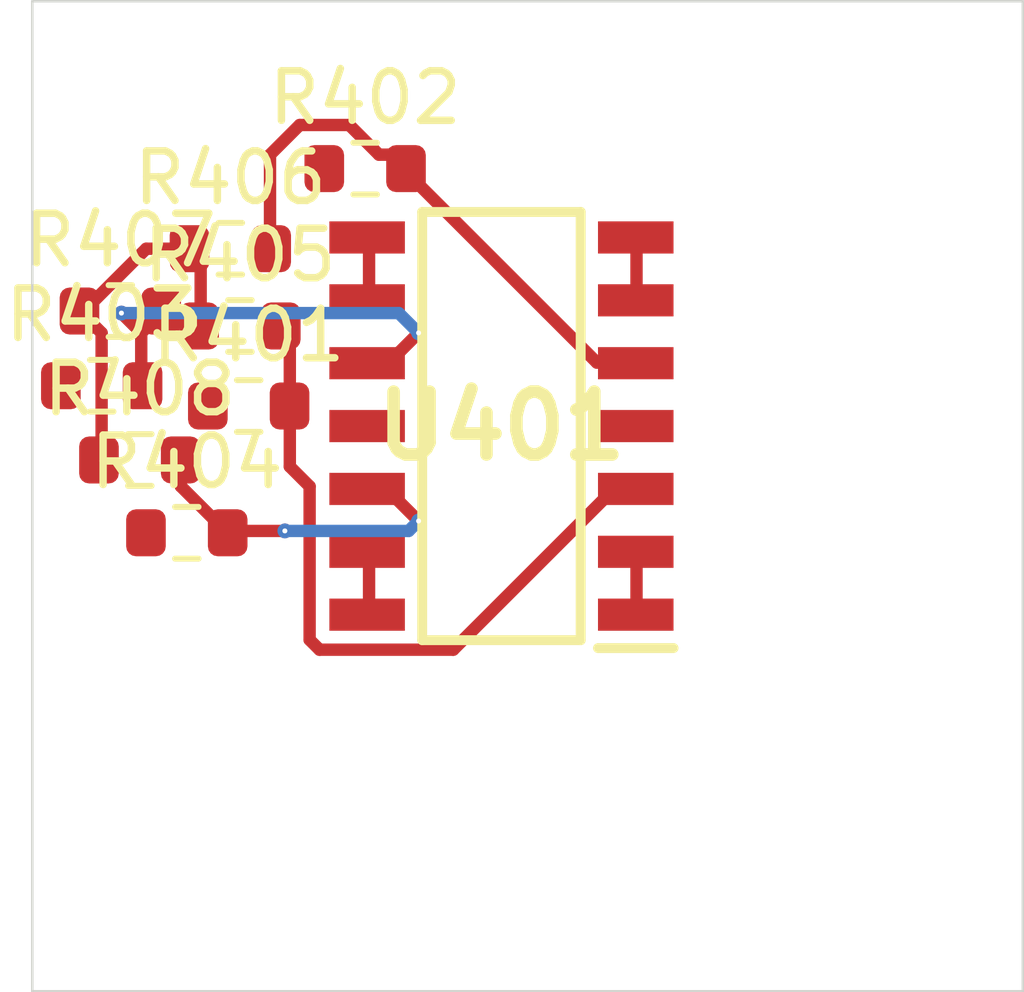
<source format=kicad_pcb>
 ( kicad_pcb  ( version 20171130 )
 ( host pcbnew 5.1.12-84ad8e8a86~92~ubuntu18.04.1 )
 ( general  ( thickness 1.6 )
 ( drawings 4 )
 ( tracks 0 )
 ( zones 0 )
 ( modules 9 )
 ( nets 14 )
)
 ( page A4 )
 ( layers  ( 0 F.Cu signal )
 ( 31 B.Cu signal )
 ( 32 B.Adhes user )
 ( 33 F.Adhes user )
 ( 34 B.Paste user )
 ( 35 F.Paste user )
 ( 36 B.SilkS user )
 ( 37 F.SilkS user )
 ( 38 B.Mask user )
 ( 39 F.Mask user )
 ( 40 Dwgs.User user )
 ( 41 Cmts.User user )
 ( 42 Eco1.User user )
 ( 43 Eco2.User user )
 ( 44 Edge.Cuts user )
 ( 45 Margin user )
 ( 46 B.CrtYd user )
 ( 47 F.CrtYd user )
 ( 48 B.Fab user )
 ( 49 F.Fab user )
)
 ( setup  ( last_trace_width 0.25 )
 ( trace_clearance 0.2 )
 ( zone_clearance 0.508 )
 ( zone_45_only no )
 ( trace_min 0.2 )
 ( via_size 0.8 )
 ( via_drill 0.4 )
 ( via_min_size 0.4 )
 ( via_min_drill 0.3 )
 ( uvia_size 0.3 )
 ( uvia_drill 0.1 )
 ( uvias_allowed no )
 ( uvia_min_size 0.2 )
 ( uvia_min_drill 0.1 )
 ( edge_width 0.05 )
 ( segment_width 0.2 )
 ( pcb_text_width 0.3 )
 ( pcb_text_size 1.5 1.5 )
 ( mod_edge_width 0.12 )
 ( mod_text_size 1 1 )
 ( mod_text_width 0.15 )
 ( pad_size 1.524 1.524 )
 ( pad_drill 0.762 )
 ( pad_to_mask_clearance 0 )
 ( aux_axis_origin 0 0 )
 ( visible_elements FFFFFF7F )
 ( pcbplotparams  ( layerselection 0x010fc_ffffffff )
 ( usegerberextensions false )
 ( usegerberattributes true )
 ( usegerberadvancedattributes true )
 ( creategerberjobfile true )
 ( excludeedgelayer true )
 ( linewidth 0.100000 )
 ( plotframeref false )
 ( viasonmask false )
 ( mode 1 )
 ( useauxorigin false )
 ( hpglpennumber 1 )
 ( hpglpenspeed 20 )
 ( hpglpendiameter 15.000000 )
 ( psnegative false )
 ( psa4output false )
 ( plotreference true )
 ( plotvalue true )
 ( plotinvisibletext false )
 ( padsonsilk false )
 ( subtractmaskfromsilk false )
 ( outputformat 1 )
 ( mirror false )
 ( drillshape 1 )
 ( scaleselection 1 )
 ( outputdirectory "" )
)
)
 ( net 0 "" )
 ( net 1 /Sheet6235D886/vp )
 ( net 2 /Sheet6248AD22/chn0 )
 ( net 3 /Sheet6248AD22/chn1 )
 ( net 4 /Sheet6248AD22/chn2 )
 ( net 5 /Sheet6248AD22/chn3 )
 ( net 6 "Net-(R401-Pad2)" )
 ( net 7 "Net-(R402-Pad2)" )
 ( net 8 "Net-(R403-Pad2)" )
 ( net 9 "Net-(R404-Pad2)" )
 ( net 10 /Sheet6248AD22/chn0_n )
 ( net 11 /Sheet6248AD22/chn1_n )
 ( net 12 /Sheet6248AD22/chn2_n )
 ( net 13 /Sheet6248AD22/chn3_n )
 ( net_class Default "This is the default net class."  ( clearance 0.2 )
 ( trace_width 0.25 )
 ( via_dia 0.8 )
 ( via_drill 0.4 )
 ( uvia_dia 0.3 )
 ( uvia_drill 0.1 )
 ( add_net /Sheet6235D886/vp )
 ( add_net /Sheet6248AD22/chn0 )
 ( add_net /Sheet6248AD22/chn0_n )
 ( add_net /Sheet6248AD22/chn1 )
 ( add_net /Sheet6248AD22/chn1_n )
 ( add_net /Sheet6248AD22/chn2 )
 ( add_net /Sheet6248AD22/chn2_n )
 ( add_net /Sheet6248AD22/chn3 )
 ( add_net /Sheet6248AD22/chn3_n )
 ( add_net "Net-(R401-Pad2)" )
 ( add_net "Net-(R402-Pad2)" )
 ( add_net "Net-(R403-Pad2)" )
 ( add_net "Net-(R404-Pad2)" )
)
 ( module Resistor_SMD:R_0603_1608Metric  ( layer F.Cu )
 ( tedit 5F68FEEE )
 ( tstamp 623425C8 )
 ( at 84.369800 108.177000 )
 ( descr "Resistor SMD 0603 (1608 Metric), square (rectangular) end terminal, IPC_7351 nominal, (Body size source: IPC-SM-782 page 72, https://www.pcb-3d.com/wordpress/wp-content/uploads/ipc-sm-782a_amendment_1_and_2.pdf), generated with kicad-footprint-generator" )
 ( tags resistor )
 ( path /6248AD23/6249ADFD )
 ( attr smd )
 ( fp_text reference R401  ( at 0 -1.43 )
 ( layer F.SilkS )
 ( effects  ( font  ( size 1 1 )
 ( thickness 0.15 )
)
)
)
 ( fp_text value 10M  ( at 0 1.43 )
 ( layer F.Fab )
 ( effects  ( font  ( size 1 1 )
 ( thickness 0.15 )
)
)
)
 ( fp_line  ( start -0.8 0.4125 )
 ( end -0.8 -0.4125 )
 ( layer F.Fab )
 ( width 0.1 )
)
 ( fp_line  ( start -0.8 -0.4125 )
 ( end 0.8 -0.4125 )
 ( layer F.Fab )
 ( width 0.1 )
)
 ( fp_line  ( start 0.8 -0.4125 )
 ( end 0.8 0.4125 )
 ( layer F.Fab )
 ( width 0.1 )
)
 ( fp_line  ( start 0.8 0.4125 )
 ( end -0.8 0.4125 )
 ( layer F.Fab )
 ( width 0.1 )
)
 ( fp_line  ( start -0.237258 -0.5225 )
 ( end 0.237258 -0.5225 )
 ( layer F.SilkS )
 ( width 0.12 )
)
 ( fp_line  ( start -0.237258 0.5225 )
 ( end 0.237258 0.5225 )
 ( layer F.SilkS )
 ( width 0.12 )
)
 ( fp_line  ( start -1.48 0.73 )
 ( end -1.48 -0.73 )
 ( layer F.CrtYd )
 ( width 0.05 )
)
 ( fp_line  ( start -1.48 -0.73 )
 ( end 1.48 -0.73 )
 ( layer F.CrtYd )
 ( width 0.05 )
)
 ( fp_line  ( start 1.48 -0.73 )
 ( end 1.48 0.73 )
 ( layer F.CrtYd )
 ( width 0.05 )
)
 ( fp_line  ( start 1.48 0.73 )
 ( end -1.48 0.73 )
 ( layer F.CrtYd )
 ( width 0.05 )
)
 ( fp_text user %R  ( at 0 0 )
 ( layer F.Fab )
 ( effects  ( font  ( size 0.4 0.4 )
 ( thickness 0.06 )
)
)
)
 ( pad 2 smd roundrect  ( at 0.825 0 )
 ( size 0.8 0.95 )
 ( layers F.Cu F.Mask F.Paste )
 ( roundrect_rratio 0.25 )
 ( net 6 "Net-(R401-Pad2)" )
)
 ( pad 1 smd roundrect  ( at -0.825 0 )
 ( size 0.8 0.95 )
 ( layers F.Cu F.Mask F.Paste )
 ( roundrect_rratio 0.25 )
 ( net 10 /Sheet6248AD22/chn0_n )
)
 ( model ${KISYS3DMOD}/Resistor_SMD.3dshapes/R_0603_1608Metric.wrl  ( at  ( xyz 0 0 0 )
)
 ( scale  ( xyz 1 1 1 )
)
 ( rotate  ( xyz 0 0 0 )
)
)
)
 ( module Resistor_SMD:R_0603_1608Metric  ( layer F.Cu )
 ( tedit 5F68FEEE )
 ( tstamp 623425D9 )
 ( at 86.721000 103.381000 )
 ( descr "Resistor SMD 0603 (1608 Metric), square (rectangular) end terminal, IPC_7351 nominal, (Body size source: IPC-SM-782 page 72, https://www.pcb-3d.com/wordpress/wp-content/uploads/ipc-sm-782a_amendment_1_and_2.pdf), generated with kicad-footprint-generator" )
 ( tags resistor )
 ( path /6248AD23/6249B75E )
 ( attr smd )
 ( fp_text reference R402  ( at 0 -1.43 )
 ( layer F.SilkS )
 ( effects  ( font  ( size 1 1 )
 ( thickness 0.15 )
)
)
)
 ( fp_text value 10M  ( at 0 1.43 )
 ( layer F.Fab )
 ( effects  ( font  ( size 1 1 )
 ( thickness 0.15 )
)
)
)
 ( fp_line  ( start 1.48 0.73 )
 ( end -1.48 0.73 )
 ( layer F.CrtYd )
 ( width 0.05 )
)
 ( fp_line  ( start 1.48 -0.73 )
 ( end 1.48 0.73 )
 ( layer F.CrtYd )
 ( width 0.05 )
)
 ( fp_line  ( start -1.48 -0.73 )
 ( end 1.48 -0.73 )
 ( layer F.CrtYd )
 ( width 0.05 )
)
 ( fp_line  ( start -1.48 0.73 )
 ( end -1.48 -0.73 )
 ( layer F.CrtYd )
 ( width 0.05 )
)
 ( fp_line  ( start -0.237258 0.5225 )
 ( end 0.237258 0.5225 )
 ( layer F.SilkS )
 ( width 0.12 )
)
 ( fp_line  ( start -0.237258 -0.5225 )
 ( end 0.237258 -0.5225 )
 ( layer F.SilkS )
 ( width 0.12 )
)
 ( fp_line  ( start 0.8 0.4125 )
 ( end -0.8 0.4125 )
 ( layer F.Fab )
 ( width 0.1 )
)
 ( fp_line  ( start 0.8 -0.4125 )
 ( end 0.8 0.4125 )
 ( layer F.Fab )
 ( width 0.1 )
)
 ( fp_line  ( start -0.8 -0.4125 )
 ( end 0.8 -0.4125 )
 ( layer F.Fab )
 ( width 0.1 )
)
 ( fp_line  ( start -0.8 0.4125 )
 ( end -0.8 -0.4125 )
 ( layer F.Fab )
 ( width 0.1 )
)
 ( fp_text user %R  ( at 0 0 )
 ( layer F.Fab )
 ( effects  ( font  ( size 0.4 0.4 )
 ( thickness 0.06 )
)
)
)
 ( pad 1 smd roundrect  ( at -0.825 0 )
 ( size 0.8 0.95 )
 ( layers F.Cu F.Mask F.Paste )
 ( roundrect_rratio 0.25 )
 ( net 11 /Sheet6248AD22/chn1_n )
)
 ( pad 2 smd roundrect  ( at 0.825 0 )
 ( size 0.8 0.95 )
 ( layers F.Cu F.Mask F.Paste )
 ( roundrect_rratio 0.25 )
 ( net 7 "Net-(R402-Pad2)" )
)
 ( model ${KISYS3DMOD}/Resistor_SMD.3dshapes/R_0603_1608Metric.wrl  ( at  ( xyz 0 0 0 )
)
 ( scale  ( xyz 1 1 1 )
)
 ( rotate  ( xyz 0 0 0 )
)
)
)
 ( module Resistor_SMD:R_0603_1608Metric  ( layer F.Cu )
 ( tedit 5F68FEEE )
 ( tstamp 623425EA )
 ( at 81.401900 107.767000 )
 ( descr "Resistor SMD 0603 (1608 Metric), square (rectangular) end terminal, IPC_7351 nominal, (Body size source: IPC-SM-782 page 72, https://www.pcb-3d.com/wordpress/wp-content/uploads/ipc-sm-782a_amendment_1_and_2.pdf), generated with kicad-footprint-generator" )
 ( tags resistor )
 ( path /6248AD23/6249FB7A )
 ( attr smd )
 ( fp_text reference R403  ( at 0 -1.43 )
 ( layer F.SilkS )
 ( effects  ( font  ( size 1 1 )
 ( thickness 0.15 )
)
)
)
 ( fp_text value 10M  ( at 0 1.43 )
 ( layer F.Fab )
 ( effects  ( font  ( size 1 1 )
 ( thickness 0.15 )
)
)
)
 ( fp_line  ( start 1.48 0.73 )
 ( end -1.48 0.73 )
 ( layer F.CrtYd )
 ( width 0.05 )
)
 ( fp_line  ( start 1.48 -0.73 )
 ( end 1.48 0.73 )
 ( layer F.CrtYd )
 ( width 0.05 )
)
 ( fp_line  ( start -1.48 -0.73 )
 ( end 1.48 -0.73 )
 ( layer F.CrtYd )
 ( width 0.05 )
)
 ( fp_line  ( start -1.48 0.73 )
 ( end -1.48 -0.73 )
 ( layer F.CrtYd )
 ( width 0.05 )
)
 ( fp_line  ( start -0.237258 0.5225 )
 ( end 0.237258 0.5225 )
 ( layer F.SilkS )
 ( width 0.12 )
)
 ( fp_line  ( start -0.237258 -0.5225 )
 ( end 0.237258 -0.5225 )
 ( layer F.SilkS )
 ( width 0.12 )
)
 ( fp_line  ( start 0.8 0.4125 )
 ( end -0.8 0.4125 )
 ( layer F.Fab )
 ( width 0.1 )
)
 ( fp_line  ( start 0.8 -0.4125 )
 ( end 0.8 0.4125 )
 ( layer F.Fab )
 ( width 0.1 )
)
 ( fp_line  ( start -0.8 -0.4125 )
 ( end 0.8 -0.4125 )
 ( layer F.Fab )
 ( width 0.1 )
)
 ( fp_line  ( start -0.8 0.4125 )
 ( end -0.8 -0.4125 )
 ( layer F.Fab )
 ( width 0.1 )
)
 ( fp_text user %R  ( at 0 0 )
 ( layer F.Fab )
 ( effects  ( font  ( size 0.4 0.4 )
 ( thickness 0.06 )
)
)
)
 ( pad 1 smd roundrect  ( at -0.825 0 )
 ( size 0.8 0.95 )
 ( layers F.Cu F.Mask F.Paste )
 ( roundrect_rratio 0.25 )
 ( net 12 /Sheet6248AD22/chn2_n )
)
 ( pad 2 smd roundrect  ( at 0.825 0 )
 ( size 0.8 0.95 )
 ( layers F.Cu F.Mask F.Paste )
 ( roundrect_rratio 0.25 )
 ( net 8 "Net-(R403-Pad2)" )
)
 ( model ${KISYS3DMOD}/Resistor_SMD.3dshapes/R_0603_1608Metric.wrl  ( at  ( xyz 0 0 0 )
)
 ( scale  ( xyz 1 1 1 )
)
 ( rotate  ( xyz 0 0 0 )
)
)
)
 ( module Resistor_SMD:R_0603_1608Metric  ( layer F.Cu )
 ( tedit 5F68FEEE )
 ( tstamp 623425FB )
 ( at 83.120500 110.738000 )
 ( descr "Resistor SMD 0603 (1608 Metric), square (rectangular) end terminal, IPC_7351 nominal, (Body size source: IPC-SM-782 page 72, https://www.pcb-3d.com/wordpress/wp-content/uploads/ipc-sm-782a_amendment_1_and_2.pdf), generated with kicad-footprint-generator" )
 ( tags resistor )
 ( path /6248AD23/6249FB74 )
 ( attr smd )
 ( fp_text reference R404  ( at 0 -1.43 )
 ( layer F.SilkS )
 ( effects  ( font  ( size 1 1 )
 ( thickness 0.15 )
)
)
)
 ( fp_text value 10M  ( at 0 1.43 )
 ( layer F.Fab )
 ( effects  ( font  ( size 1 1 )
 ( thickness 0.15 )
)
)
)
 ( fp_line  ( start -0.8 0.4125 )
 ( end -0.8 -0.4125 )
 ( layer F.Fab )
 ( width 0.1 )
)
 ( fp_line  ( start -0.8 -0.4125 )
 ( end 0.8 -0.4125 )
 ( layer F.Fab )
 ( width 0.1 )
)
 ( fp_line  ( start 0.8 -0.4125 )
 ( end 0.8 0.4125 )
 ( layer F.Fab )
 ( width 0.1 )
)
 ( fp_line  ( start 0.8 0.4125 )
 ( end -0.8 0.4125 )
 ( layer F.Fab )
 ( width 0.1 )
)
 ( fp_line  ( start -0.237258 -0.5225 )
 ( end 0.237258 -0.5225 )
 ( layer F.SilkS )
 ( width 0.12 )
)
 ( fp_line  ( start -0.237258 0.5225 )
 ( end 0.237258 0.5225 )
 ( layer F.SilkS )
 ( width 0.12 )
)
 ( fp_line  ( start -1.48 0.73 )
 ( end -1.48 -0.73 )
 ( layer F.CrtYd )
 ( width 0.05 )
)
 ( fp_line  ( start -1.48 -0.73 )
 ( end 1.48 -0.73 )
 ( layer F.CrtYd )
 ( width 0.05 )
)
 ( fp_line  ( start 1.48 -0.73 )
 ( end 1.48 0.73 )
 ( layer F.CrtYd )
 ( width 0.05 )
)
 ( fp_line  ( start 1.48 0.73 )
 ( end -1.48 0.73 )
 ( layer F.CrtYd )
 ( width 0.05 )
)
 ( fp_text user %R  ( at 0 0 )
 ( layer F.Fab )
 ( effects  ( font  ( size 0.4 0.4 )
 ( thickness 0.06 )
)
)
)
 ( pad 2 smd roundrect  ( at 0.825 0 )
 ( size 0.8 0.95 )
 ( layers F.Cu F.Mask F.Paste )
 ( roundrect_rratio 0.25 )
 ( net 9 "Net-(R404-Pad2)" )
)
 ( pad 1 smd roundrect  ( at -0.825 0 )
 ( size 0.8 0.95 )
 ( layers F.Cu F.Mask F.Paste )
 ( roundrect_rratio 0.25 )
 ( net 13 /Sheet6248AD22/chn3_n )
)
 ( model ${KISYS3DMOD}/Resistor_SMD.3dshapes/R_0603_1608Metric.wrl  ( at  ( xyz 0 0 0 )
)
 ( scale  ( xyz 1 1 1 )
)
 ( rotate  ( xyz 0 0 0 )
)
)
)
 ( module Resistor_SMD:R_0603_1608Metric  ( layer F.Cu )
 ( tedit 5F68FEEE )
 ( tstamp 6234260C )
 ( at 84.193000 106.560000 )
 ( descr "Resistor SMD 0603 (1608 Metric), square (rectangular) end terminal, IPC_7351 nominal, (Body size source: IPC-SM-782 page 72, https://www.pcb-3d.com/wordpress/wp-content/uploads/ipc-sm-782a_amendment_1_and_2.pdf), generated with kicad-footprint-generator" )
 ( tags resistor )
 ( path /6248AD23/62497F62 )
 ( attr smd )
 ( fp_text reference R405  ( at 0 -1.43 )
 ( layer F.SilkS )
 ( effects  ( font  ( size 1 1 )
 ( thickness 0.15 )
)
)
)
 ( fp_text value 750k  ( at 0 1.43 )
 ( layer F.Fab )
 ( effects  ( font  ( size 1 1 )
 ( thickness 0.15 )
)
)
)
 ( fp_line  ( start -0.8 0.4125 )
 ( end -0.8 -0.4125 )
 ( layer F.Fab )
 ( width 0.1 )
)
 ( fp_line  ( start -0.8 -0.4125 )
 ( end 0.8 -0.4125 )
 ( layer F.Fab )
 ( width 0.1 )
)
 ( fp_line  ( start 0.8 -0.4125 )
 ( end 0.8 0.4125 )
 ( layer F.Fab )
 ( width 0.1 )
)
 ( fp_line  ( start 0.8 0.4125 )
 ( end -0.8 0.4125 )
 ( layer F.Fab )
 ( width 0.1 )
)
 ( fp_line  ( start -0.237258 -0.5225 )
 ( end 0.237258 -0.5225 )
 ( layer F.SilkS )
 ( width 0.12 )
)
 ( fp_line  ( start -0.237258 0.5225 )
 ( end 0.237258 0.5225 )
 ( layer F.SilkS )
 ( width 0.12 )
)
 ( fp_line  ( start -1.48 0.73 )
 ( end -1.48 -0.73 )
 ( layer F.CrtYd )
 ( width 0.05 )
)
 ( fp_line  ( start -1.48 -0.73 )
 ( end 1.48 -0.73 )
 ( layer F.CrtYd )
 ( width 0.05 )
)
 ( fp_line  ( start 1.48 -0.73 )
 ( end 1.48 0.73 )
 ( layer F.CrtYd )
 ( width 0.05 )
)
 ( fp_line  ( start 1.48 0.73 )
 ( end -1.48 0.73 )
 ( layer F.CrtYd )
 ( width 0.05 )
)
 ( fp_text user %R  ( at 0 0 )
 ( layer F.Fab )
 ( effects  ( font  ( size 0.4 0.4 )
 ( thickness 0.06 )
)
)
)
 ( pad 2 smd roundrect  ( at 0.825 0 )
 ( size 0.8 0.95 )
 ( layers F.Cu F.Mask F.Paste )
 ( roundrect_rratio 0.25 )
 ( net 6 "Net-(R401-Pad2)" )
)
 ( pad 1 smd roundrect  ( at -0.825 0 )
 ( size 0.8 0.95 )
 ( layers F.Cu F.Mask F.Paste )
 ( roundrect_rratio 0.25 )
 ( net 1 /Sheet6235D886/vp )
)
 ( model ${KISYS3DMOD}/Resistor_SMD.3dshapes/R_0603_1608Metric.wrl  ( at  ( xyz 0 0 0 )
)
 ( scale  ( xyz 1 1 1 )
)
 ( rotate  ( xyz 0 0 0 )
)
)
)
 ( module Resistor_SMD:R_0603_1608Metric  ( layer F.Cu )
 ( tedit 5F68FEEE )
 ( tstamp 6234261D )
 ( at 83.999300 104.999000 )
 ( descr "Resistor SMD 0603 (1608 Metric), square (rectangular) end terminal, IPC_7351 nominal, (Body size source: IPC-SM-782 page 72, https://www.pcb-3d.com/wordpress/wp-content/uploads/ipc-sm-782a_amendment_1_and_2.pdf), generated with kicad-footprint-generator" )
 ( tags resistor )
 ( path /6248AD23/62499098 )
 ( attr smd )
 ( fp_text reference R406  ( at 0 -1.43 )
 ( layer F.SilkS )
 ( effects  ( font  ( size 1 1 )
 ( thickness 0.15 )
)
)
)
 ( fp_text value 750k  ( at 0 1.43 )
 ( layer F.Fab )
 ( effects  ( font  ( size 1 1 )
 ( thickness 0.15 )
)
)
)
 ( fp_line  ( start 1.48 0.73 )
 ( end -1.48 0.73 )
 ( layer F.CrtYd )
 ( width 0.05 )
)
 ( fp_line  ( start 1.48 -0.73 )
 ( end 1.48 0.73 )
 ( layer F.CrtYd )
 ( width 0.05 )
)
 ( fp_line  ( start -1.48 -0.73 )
 ( end 1.48 -0.73 )
 ( layer F.CrtYd )
 ( width 0.05 )
)
 ( fp_line  ( start -1.48 0.73 )
 ( end -1.48 -0.73 )
 ( layer F.CrtYd )
 ( width 0.05 )
)
 ( fp_line  ( start -0.237258 0.5225 )
 ( end 0.237258 0.5225 )
 ( layer F.SilkS )
 ( width 0.12 )
)
 ( fp_line  ( start -0.237258 -0.5225 )
 ( end 0.237258 -0.5225 )
 ( layer F.SilkS )
 ( width 0.12 )
)
 ( fp_line  ( start 0.8 0.4125 )
 ( end -0.8 0.4125 )
 ( layer F.Fab )
 ( width 0.1 )
)
 ( fp_line  ( start 0.8 -0.4125 )
 ( end 0.8 0.4125 )
 ( layer F.Fab )
 ( width 0.1 )
)
 ( fp_line  ( start -0.8 -0.4125 )
 ( end 0.8 -0.4125 )
 ( layer F.Fab )
 ( width 0.1 )
)
 ( fp_line  ( start -0.8 0.4125 )
 ( end -0.8 -0.4125 )
 ( layer F.Fab )
 ( width 0.1 )
)
 ( fp_text user %R  ( at 0 0 )
 ( layer F.Fab )
 ( effects  ( font  ( size 0.4 0.4 )
 ( thickness 0.06 )
)
)
)
 ( pad 1 smd roundrect  ( at -0.825 0 )
 ( size 0.8 0.95 )
 ( layers F.Cu F.Mask F.Paste )
 ( roundrect_rratio 0.25 )
 ( net 1 /Sheet6235D886/vp )
)
 ( pad 2 smd roundrect  ( at 0.825 0 )
 ( size 0.8 0.95 )
 ( layers F.Cu F.Mask F.Paste )
 ( roundrect_rratio 0.25 )
 ( net 7 "Net-(R402-Pad2)" )
)
 ( model ${KISYS3DMOD}/Resistor_SMD.3dshapes/R_0603_1608Metric.wrl  ( at  ( xyz 0 0 0 )
)
 ( scale  ( xyz 1 1 1 )
)
 ( rotate  ( xyz 0 0 0 )
)
)
)
 ( module Resistor_SMD:R_0603_1608Metric  ( layer F.Cu )
 ( tedit 5F68FEEE )
 ( tstamp 6234262E )
 ( at 81.778000 106.258000 )
 ( descr "Resistor SMD 0603 (1608 Metric), square (rectangular) end terminal, IPC_7351 nominal, (Body size source: IPC-SM-782 page 72, https://www.pcb-3d.com/wordpress/wp-content/uploads/ipc-sm-782a_amendment_1_and_2.pdf), generated with kicad-footprint-generator" )
 ( tags resistor )
 ( path /6248AD23/624A0FFB )
 ( attr smd )
 ( fp_text reference R407  ( at 0 -1.43 )
 ( layer F.SilkS )
 ( effects  ( font  ( size 1 1 )
 ( thickness 0.15 )
)
)
)
 ( fp_text value 1.5M  ( at 0 1.43 )
 ( layer F.Fab )
 ( effects  ( font  ( size 1 1 )
 ( thickness 0.15 )
)
)
)
 ( fp_line  ( start 1.48 0.73 )
 ( end -1.48 0.73 )
 ( layer F.CrtYd )
 ( width 0.05 )
)
 ( fp_line  ( start 1.48 -0.73 )
 ( end 1.48 0.73 )
 ( layer F.CrtYd )
 ( width 0.05 )
)
 ( fp_line  ( start -1.48 -0.73 )
 ( end 1.48 -0.73 )
 ( layer F.CrtYd )
 ( width 0.05 )
)
 ( fp_line  ( start -1.48 0.73 )
 ( end -1.48 -0.73 )
 ( layer F.CrtYd )
 ( width 0.05 )
)
 ( fp_line  ( start -0.237258 0.5225 )
 ( end 0.237258 0.5225 )
 ( layer F.SilkS )
 ( width 0.12 )
)
 ( fp_line  ( start -0.237258 -0.5225 )
 ( end 0.237258 -0.5225 )
 ( layer F.SilkS )
 ( width 0.12 )
)
 ( fp_line  ( start 0.8 0.4125 )
 ( end -0.8 0.4125 )
 ( layer F.Fab )
 ( width 0.1 )
)
 ( fp_line  ( start 0.8 -0.4125 )
 ( end 0.8 0.4125 )
 ( layer F.Fab )
 ( width 0.1 )
)
 ( fp_line  ( start -0.8 -0.4125 )
 ( end 0.8 -0.4125 )
 ( layer F.Fab )
 ( width 0.1 )
)
 ( fp_line  ( start -0.8 0.4125 )
 ( end -0.8 -0.4125 )
 ( layer F.Fab )
 ( width 0.1 )
)
 ( fp_text user %R  ( at 0 0 )
 ( layer F.Fab )
 ( effects  ( font  ( size 0.4 0.4 )
 ( thickness 0.06 )
)
)
)
 ( pad 1 smd roundrect  ( at -0.825 0 )
 ( size 0.8 0.95 )
 ( layers F.Cu F.Mask F.Paste )
 ( roundrect_rratio 0.25 )
 ( net 1 /Sheet6235D886/vp )
)
 ( pad 2 smd roundrect  ( at 0.825 0 )
 ( size 0.8 0.95 )
 ( layers F.Cu F.Mask F.Paste )
 ( roundrect_rratio 0.25 )
 ( net 8 "Net-(R403-Pad2)" )
)
 ( model ${KISYS3DMOD}/Resistor_SMD.3dshapes/R_0603_1608Metric.wrl  ( at  ( xyz 0 0 0 )
)
 ( scale  ( xyz 1 1 1 )
)
 ( rotate  ( xyz 0 0 0 )
)
)
)
 ( module Resistor_SMD:R_0603_1608Metric  ( layer F.Cu )
 ( tedit 5F68FEEE )
 ( tstamp 6234263F )
 ( at 82.171400 109.267000 )
 ( descr "Resistor SMD 0603 (1608 Metric), square (rectangular) end terminal, IPC_7351 nominal, (Body size source: IPC-SM-782 page 72, https://www.pcb-3d.com/wordpress/wp-content/uploads/ipc-sm-782a_amendment_1_and_2.pdf), generated with kicad-footprint-generator" )
 ( tags resistor )
 ( path /6248AD23/624A093C )
 ( attr smd )
 ( fp_text reference R408  ( at 0 -1.43 )
 ( layer F.SilkS )
 ( effects  ( font  ( size 1 1 )
 ( thickness 0.15 )
)
)
)
 ( fp_text value 1.5M  ( at 0 1.43 )
 ( layer F.Fab )
 ( effects  ( font  ( size 1 1 )
 ( thickness 0.15 )
)
)
)
 ( fp_line  ( start -0.8 0.4125 )
 ( end -0.8 -0.4125 )
 ( layer F.Fab )
 ( width 0.1 )
)
 ( fp_line  ( start -0.8 -0.4125 )
 ( end 0.8 -0.4125 )
 ( layer F.Fab )
 ( width 0.1 )
)
 ( fp_line  ( start 0.8 -0.4125 )
 ( end 0.8 0.4125 )
 ( layer F.Fab )
 ( width 0.1 )
)
 ( fp_line  ( start 0.8 0.4125 )
 ( end -0.8 0.4125 )
 ( layer F.Fab )
 ( width 0.1 )
)
 ( fp_line  ( start -0.237258 -0.5225 )
 ( end 0.237258 -0.5225 )
 ( layer F.SilkS )
 ( width 0.12 )
)
 ( fp_line  ( start -0.237258 0.5225 )
 ( end 0.237258 0.5225 )
 ( layer F.SilkS )
 ( width 0.12 )
)
 ( fp_line  ( start -1.48 0.73 )
 ( end -1.48 -0.73 )
 ( layer F.CrtYd )
 ( width 0.05 )
)
 ( fp_line  ( start -1.48 -0.73 )
 ( end 1.48 -0.73 )
 ( layer F.CrtYd )
 ( width 0.05 )
)
 ( fp_line  ( start 1.48 -0.73 )
 ( end 1.48 0.73 )
 ( layer F.CrtYd )
 ( width 0.05 )
)
 ( fp_line  ( start 1.48 0.73 )
 ( end -1.48 0.73 )
 ( layer F.CrtYd )
 ( width 0.05 )
)
 ( fp_text user %R  ( at 0 0 )
 ( layer F.Fab )
 ( effects  ( font  ( size 0.4 0.4 )
 ( thickness 0.06 )
)
)
)
 ( pad 2 smd roundrect  ( at 0.825 0 )
 ( size 0.8 0.95 )
 ( layers F.Cu F.Mask F.Paste )
 ( roundrect_rratio 0.25 )
 ( net 9 "Net-(R404-Pad2)" )
)
 ( pad 1 smd roundrect  ( at -0.825 0 )
 ( size 0.8 0.95 )
 ( layers F.Cu F.Mask F.Paste )
 ( roundrect_rratio 0.25 )
 ( net 1 /Sheet6235D886/vp )
)
 ( model ${KISYS3DMOD}/Resistor_SMD.3dshapes/R_0603_1608Metric.wrl  ( at  ( xyz 0 0 0 )
)
 ( scale  ( xyz 1 1 1 )
)
 ( rotate  ( xyz 0 0 0 )
)
)
)
 ( module TL074HIDR:SOIC127P600X175-14N locked  ( layer F.Cu )
 ( tedit 62336F37 )
 ( tstamp 62342709 )
 ( at 89.472900 108.582000 180.000000 )
 ( descr "D (-R-PDSO-G14)" )
 ( tags "Integrated Circuit" )
 ( path /6248AD23/624976B2 )
 ( attr smd )
 ( fp_text reference U401  ( at 0 0 )
 ( layer F.SilkS )
 ( effects  ( font  ( size 1.27 1.27 )
 ( thickness 0.254 )
)
)
)
 ( fp_text value TL074  ( at 0 0 )
 ( layer F.SilkS )
hide  ( effects  ( font  ( size 1.27 1.27 )
 ( thickness 0.254 )
)
)
)
 ( fp_line  ( start -3.725 -4.625 )
 ( end 3.725 -4.625 )
 ( layer Dwgs.User )
 ( width 0.05 )
)
 ( fp_line  ( start 3.725 -4.625 )
 ( end 3.725 4.625 )
 ( layer Dwgs.User )
 ( width 0.05 )
)
 ( fp_line  ( start 3.725 4.625 )
 ( end -3.725 4.625 )
 ( layer Dwgs.User )
 ( width 0.05 )
)
 ( fp_line  ( start -3.725 4.625 )
 ( end -3.725 -4.625 )
 ( layer Dwgs.User )
 ( width 0.05 )
)
 ( fp_line  ( start -1.95 -4.325 )
 ( end 1.95 -4.325 )
 ( layer Dwgs.User )
 ( width 0.1 )
)
 ( fp_line  ( start 1.95 -4.325 )
 ( end 1.95 4.325 )
 ( layer Dwgs.User )
 ( width 0.1 )
)
 ( fp_line  ( start 1.95 4.325 )
 ( end -1.95 4.325 )
 ( layer Dwgs.User )
 ( width 0.1 )
)
 ( fp_line  ( start -1.95 4.325 )
 ( end -1.95 -4.325 )
 ( layer Dwgs.User )
 ( width 0.1 )
)
 ( fp_line  ( start -1.95 -3.055 )
 ( end -0.68 -4.325 )
 ( layer Dwgs.User )
 ( width 0.1 )
)
 ( fp_line  ( start -1.6 -4.325 )
 ( end 1.6 -4.325 )
 ( layer F.SilkS )
 ( width 0.2 )
)
 ( fp_line  ( start 1.6 -4.325 )
 ( end 1.6 4.325 )
 ( layer F.SilkS )
 ( width 0.2 )
)
 ( fp_line  ( start 1.6 4.325 )
 ( end -1.6 4.325 )
 ( layer F.SilkS )
 ( width 0.2 )
)
 ( fp_line  ( start -1.6 4.325 )
 ( end -1.6 -4.325 )
 ( layer F.SilkS )
 ( width 0.2 )
)
 ( fp_line  ( start -3.475 -4.485 )
 ( end -1.95 -4.485 )
 ( layer F.SilkS )
 ( width 0.2 )
)
 ( pad 1 smd rect  ( at -2.712 -3.81 270.000000 )
 ( size 0.65 1.525 )
 ( layers F.Cu F.Mask F.Paste )
 ( net 2 /Sheet6248AD22/chn0 )
)
 ( pad 2 smd rect  ( at -2.712 -2.54 270.000000 )
 ( size 0.65 1.525 )
 ( layers F.Cu F.Mask F.Paste )
 ( net 2 /Sheet6248AD22/chn0 )
)
 ( pad 3 smd rect  ( at -2.712 -1.27 270.000000 )
 ( size 0.65 1.525 )
 ( layers F.Cu F.Mask F.Paste )
 ( net 6 "Net-(R401-Pad2)" )
)
 ( pad 4 smd rect  ( at -2.712 0 270.000000 )
 ( size 0.65 1.525 )
 ( layers F.Cu F.Mask F.Paste )
)
 ( pad 5 smd rect  ( at -2.712 1.27 270.000000 )
 ( size 0.65 1.525 )
 ( layers F.Cu F.Mask F.Paste )
 ( net 7 "Net-(R402-Pad2)" )
)
 ( pad 6 smd rect  ( at -2.712 2.54 270.000000 )
 ( size 0.65 1.525 )
 ( layers F.Cu F.Mask F.Paste )
 ( net 3 /Sheet6248AD22/chn1 )
)
 ( pad 7 smd rect  ( at -2.712 3.81 270.000000 )
 ( size 0.65 1.525 )
 ( layers F.Cu F.Mask F.Paste )
 ( net 3 /Sheet6248AD22/chn1 )
)
 ( pad 8 smd rect  ( at 2.712 3.81 270.000000 )
 ( size 0.65 1.525 )
 ( layers F.Cu F.Mask F.Paste )
 ( net 4 /Sheet6248AD22/chn2 )
)
 ( pad 9 smd rect  ( at 2.712 2.54 270.000000 )
 ( size 0.65 1.525 )
 ( layers F.Cu F.Mask F.Paste )
 ( net 4 /Sheet6248AD22/chn2 )
)
 ( pad 10 smd rect  ( at 2.712 1.27 270.000000 )
 ( size 0.65 1.525 )
 ( layers F.Cu F.Mask F.Paste )
 ( net 8 "Net-(R403-Pad2)" )
)
 ( pad 11 smd rect  ( at 2.712 0 270.000000 )
 ( size 0.65 1.525 )
 ( layers F.Cu F.Mask F.Paste )
)
 ( pad 12 smd rect  ( at 2.712 -1.27 270.000000 )
 ( size 0.65 1.525 )
 ( layers F.Cu F.Mask F.Paste )
 ( net 9 "Net-(R404-Pad2)" )
)
 ( pad 13 smd rect  ( at 2.712 -2.54 270.000000 )
 ( size 0.65 1.525 )
 ( layers F.Cu F.Mask F.Paste )
 ( net 5 /Sheet6248AD22/chn3 )
)
 ( pad 14 smd rect  ( at 2.712 -3.81 270.000000 )
 ( size 0.65 1.525 )
 ( layers F.Cu F.Mask F.Paste )
 ( net 5 /Sheet6248AD22/chn3 )
)
)
 ( gr_line  ( start 100 100 )
 ( end 100 120 )
 ( layer Edge.Cuts )
 ( width 0.05 )
 ( tstamp 62E76D2A )
)
 ( gr_line  ( start 80 120 )
 ( end 100 120 )
 ( layer Edge.Cuts )
 ( width 0.05 )
 ( tstamp 62E76D27 )
)
 ( gr_line  ( start 80 100 )
 ( end 80 120 )
 ( layer Edge.Cuts )
 ( width 0.05 )
 ( tstamp 6234110C )
)
 ( gr_line  ( start 80 100 )
 ( end 100 100 )
 ( layer Edge.Cuts )
 ( width 0.05 )
)
 ( segment  ( start 83.200001 105.000002 )
 ( end 83.400001 105.200002 )
 ( width 0.250000 )
 ( layer F.Cu )
 ( net 1 )
)
 ( segment  ( start 83.400001 105.200002 )
 ( end 83.400001 106.600002 )
 ( width 0.250000 )
 ( layer F.Cu )
 ( net 1 )
)
 ( segment  ( start 81.000001 106.300002 )
 ( end 82.300001 105.000002 )
 ( width 0.250000 )
 ( layer F.Cu )
 ( net 1 )
)
 ( segment  ( start 82.300001 105.000002 )
 ( end 83.200001 105.000002 )
 ( width 0.250000 )
 ( layer F.Cu )
 ( net 1 )
)
 ( segment  ( start 81.300001 109.300002 )
 ( end 81.400001 109.200002 )
 ( width 0.250000 )
 ( layer F.Cu )
 ( net 1 )
)
 ( segment  ( start 81.400001 109.200002 )
 ( end 81.400001 106.700002 )
 ( width 0.250000 )
 ( layer F.Cu )
 ( net 1 )
)
 ( segment  ( start 81.400001 106.700002 )
 ( end 81.000001 106.300002 )
 ( width 0.250000 )
 ( layer F.Cu )
 ( net 1 )
)
 ( segment  ( start 92.200001 111.100002 )
 ( end 92.200001 112.400002 )
 ( width 0.250000 )
 ( layer F.Cu )
 ( net 2 )
)
 ( segment  ( start 92.200001 104.800002 )
 ( end 92.200001 106.000002 )
 ( width 0.250000 )
 ( layer F.Cu )
 ( net 3 )
)
 ( segment  ( start 86.800001 106.000002 )
 ( end 86.800001 104.800002 )
 ( width 0.250000 )
 ( layer F.Cu )
 ( net 4 )
)
 ( segment  ( start 86.800001 112.400002 )
 ( end 86.800001 111.100002 )
 ( width 0.250000 )
 ( layer F.Cu )
 ( net 5 )
)
 ( segment  ( start 85.000001 106.600002 )
 ( end 85.200001 106.800002 )
 ( width 0.250000 )
 ( layer F.Cu )
 ( net 6 )
)
 ( segment  ( start 85.200001 106.800002 )
 ( end 85.200001 108.200002 )
 ( width 0.250000 )
 ( layer F.Cu )
 ( net 6 )
)
 ( segment  ( start 92.200001 109.900002 )
 ( end 91.700001 109.900002 )
 ( width 0.250000 )
 ( layer F.Cu )
 ( net 6 )
)
 ( segment  ( start 91.700001 109.900002 )
 ( end 88.500001 113.100002 )
 ( width 0.250000 )
 ( layer F.Cu )
 ( net 6 )
)
 ( segment  ( start 88.500001 113.100002 )
 ( end 85.800001 113.100002 )
 ( width 0.250000 )
 ( layer F.Cu )
 ( net 6 )
)
 ( segment  ( start 85.800001 113.100002 )
 ( end 85.600001 112.900002 )
 ( width 0.250000 )
 ( layer F.Cu )
 ( net 6 )
)
 ( segment  ( start 85.600001 112.900002 )
 ( end 85.600001 109.800002 )
 ( width 0.250000 )
 ( layer F.Cu )
 ( net 6 )
)
 ( segment  ( start 85.600001 109.800002 )
 ( end 85.200001 109.400002 )
 ( width 0.250000 )
 ( layer F.Cu )
 ( net 6 )
)
 ( segment  ( start 85.200001 109.400002 )
 ( end 85.200001 108.200002 )
 ( width 0.250000 )
 ( layer F.Cu )
 ( net 6 )
)
 ( segment  ( start 84.800001 105.000002 )
 ( end 84.800001 103.100002 )
 ( width 0.250000 )
 ( layer F.Cu )
 ( net 7 )
)
 ( segment  ( start 84.800001 103.100002 )
 ( end 85.400001 102.500002 )
 ( width 0.250000 )
 ( layer F.Cu )
 ( net 7 )
)
 ( segment  ( start 85.400001 102.500002 )
 ( end 86.400001 102.500002 )
 ( width 0.250000 )
 ( layer F.Cu )
 ( net 7 )
)
 ( segment  ( start 86.400001 102.500002 )
 ( end 87.000001 103.100002 )
 ( width 0.250000 )
 ( layer F.Cu )
 ( net 7 )
)
 ( segment  ( start 87.000001 103.100002 )
 ( end 87.200001 103.100002 )
 ( width 0.250000 )
 ( layer F.Cu )
 ( net 7 )
)
 ( segment  ( start 87.200001 103.100002 )
 ( end 87.500001 103.400002 )
 ( width 0.250000 )
 ( layer F.Cu )
 ( net 7 )
)
 ( segment  ( start 92.200001 107.300002 )
 ( end 91.400001 107.300002 )
 ( width 0.250000 )
 ( layer F.Cu )
 ( net 7 )
)
 ( segment  ( start 91.400001 107.300002 )
 ( end 87.500001 103.400002 )
 ( width 0.250000 )
 ( layer F.Cu )
 ( net 7 )
)
 ( segment  ( start 82.600001 106.300002 )
 ( end 82.200001 106.700002 )
 ( width 0.250000 )
 ( layer F.Cu )
 ( net 8 )
)
 ( segment  ( start 82.200001 106.700002 )
 ( end 82.200001 107.800002 )
 ( width 0.250000 )
 ( layer F.Cu )
 ( net 8 )
)
 ( segment  ( start 86.800001 107.300002 )
 ( end 87.200001 107.300002 )
 ( width 0.250000 )
 ( layer F.Cu )
 ( net 8 )
)
 ( segment  ( start 87.200001 107.300002 )
 ( end 87.800001 106.700002 )
 ( width 0.250000 )
 ( layer F.Cu )
 ( net 8 )
)
 ( segment  ( start 87.800001 106.700002 )
 ( end 87.400001 106.300002 )
 ( width 0.250000 )
 ( layer B.Cu )
 ( net 8 )
)
 ( segment  ( start 87.400001 106.300002 )
 ( end 81.800001 106.300002 )
 ( width 0.250000 )
 ( layer B.Cu )
 ( net 8 )
)
 ( segment  ( start 81.800001 106.300002 )
 ( end 82.200001 106.700002 )
 ( width 0.250000 )
 ( layer F.Cu )
 ( net 8 )
)
 ( via micro  ( at 87.800001 106.700002 )
 ( size 0.300000 )
 ( drill 0.100000 )
 ( layers F.Cu B.Cu )
 ( net 8 )
)
 ( via micro  ( at 81.800001 106.300002 )
 ( size 0.300000 )
 ( drill 0.100000 )
 ( layers F.Cu B.Cu )
 ( net 8 )
)
 ( segment  ( start 83.000001 109.300002 )
 ( end 83.000001 109.800002 )
 ( width 0.250000 )
 ( layer F.Cu )
 ( net 9 )
)
 ( segment  ( start 83.000001 109.800002 )
 ( end 83.900001 110.700002 )
 ( width 0.250000 )
 ( layer F.Cu )
 ( net 9 )
)
 ( segment  ( start 86.800001 109.900002 )
 ( end 87.200001 109.900002 )
 ( width 0.250000 )
 ( layer F.Cu )
 ( net 9 )
)
 ( segment  ( start 87.200001 109.900002 )
 ( end 87.800001 110.500002 )
 ( width 0.250000 )
 ( layer F.Cu )
 ( net 9 )
)
 ( segment  ( start 87.800001 110.500002 )
 ( end 87.600001 110.700002 )
 ( width 0.250000 )
 ( layer B.Cu )
 ( net 9 )
)
 ( segment  ( start 87.600001 110.700002 )
 ( end 85.100001 110.700002 )
 ( width 0.250000 )
 ( layer B.Cu )
 ( net 9 )
)
 ( segment  ( start 85.100001 110.700002 )
 ( end 83.900001 110.700002 )
 ( width 0.250000 )
 ( layer F.Cu )
 ( net 9 )
)
 ( via micro  ( at 87.800001 110.500002 )
 ( size 0.300000 )
 ( drill 0.100000 )
 ( layers F.Cu B.Cu )
 ( net 9 )
)
 ( via micro  ( at 85.100001 110.700002 )
 ( size 0.300000 )
 ( drill 0.100000 )
 ( layers F.Cu B.Cu )
 ( net 9 )
)
)

</source>
